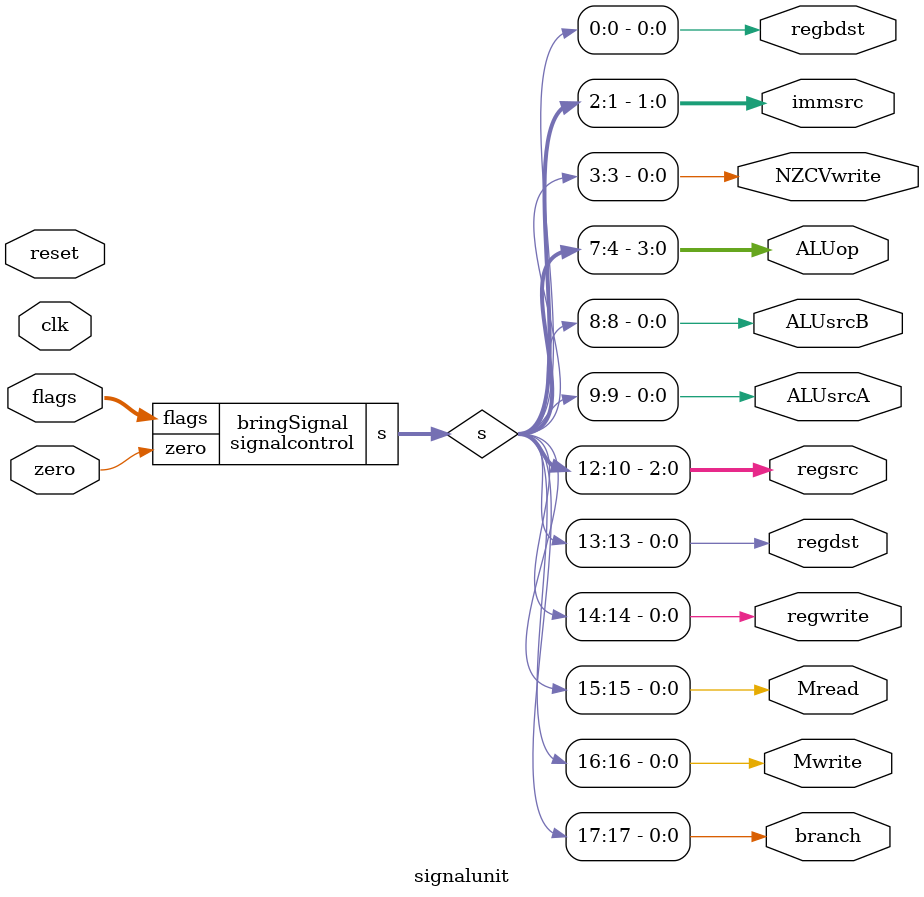
<source format=v>
module signalcontrol(
	input[11:0] flags,
	input zero, //number of step need to complete a instruction
	output reg [17:0] s); //signalcontrol module 선언 및 input, output 설정
	
 always @ (*) begin //코드 내 신호가 바뀔 때마다 실행
  if((flags[11]&flags[10]&flags[9])||(flags[8]^zero)) begin //flags[11], flags[10], flags[9]의 값이 모두 1이거나 flags[8]와 zero의 값이 다를 때 실행
   if(flags[7]) begin //B, BL //flags[7] == 1일 때 실행
    if(~flags[4]) begin //B //flags[4] == 0일 때 실행
    s=18'b1000xxxxxxxxxx010x;
    end
   else begin //BL //flags[4] == 1일 때 실행
    s=18'b10011100xxxxxx010x;
   end
  end
  else if(flags[6]) begin //LDR, STR //flag[6] == 1일 때 실행
   if(~flags[0]) begin //STR  //flags[0] == 0일 때 실행
    s=18'b01000xxx000100001x;
   end
   else begin //LDR //flags[1] == 1일 때 실행
    s=18'b00100xxx000100001x;
   end 
  end
  
  else //Else
   case(flags[4:1])/*
      0 : //AND
      1 : //EOR
      2 : //SUB
      4 : //ADD
      5 : //ADC
      6 : //SBC
      12 : //ORR*/
    10 : begin //CMP
    s=18'b00000xxx001010101x;
    end
    13 : begin //MOV
    s=18'b00010001100100001x;
    end
    default : begin //ALU
     s={9'b000100010, (flags[5]==1 ? 1'b0 : 1'b1), flags[4:0], 3'b000};
    end
   endcase
  end
  else begin //Recovery
    s=18'b1000xxxxxxxxxx0xxx;
  end
 end
endmodule //signalcontrol module 선언 종료

module signalunit
	(input clk,//clock
	 input reset, //reset
	 input[11:0] flags, //어떤 명령어인지 결정할 수 있는 flag
	 input zero,
   output branch, //branch signal
	 output Mwrite, //memory write signal
	 output Mread, //memory read signal
	 output regwrite, //register write signal
	 output regdst, //register destination signal
	 output[2:0] regsrc, //ALU source A signal
	 output ALUsrcA, //ALU source A signal
   output ALUsrcB, //ALU source B signal
	 output[3:0] ALUop, //ALU opcode signal
	 output NZCVwrite, //NZCV flag update signal
	 output [1:0] immsrc, //immediate value source signal
	 output regbdst); //register B destination signal
//signalunit module 선언 및 input, output 설정정
  
  wire [17:0] s; // 18-bit signal

  signalcontrol bringSignal( //18-bit signal을 할당
	.flags (flags),
	.zero (zero),
	.s (s));
 
 //아래는 각 instruction의 signal을 활성화
  assign branch=s[17]; // 1: branch
  assign Mwrite=s[16]; //  1: memory write 
  assign Mread=s[15]; // 1:memory read
  assign regwrite=s[14]; // 1: register write
  assign regdst=s[13]; // select destination register(0:rd/1:lr)
  assign regsrc=s[12:10]; // select source register(0: mdr/ 1:MEMWB_ALUout/ 2:ALUresult/3:B/ 4:MEMWB_PC)
  assign ALUsrcA=s[9]; //(0:A/ 1:0)
  assign ALUsrcB=s[8]; //select ALUsourceB(0:imm 1: b<< inst[12:7])
  assign ALUop=s[7:4]; //select ALU opcode
  assign NZCVwrite=s[3]; //update NZCV flags
  assign immsrc=s[2:1]; //select how extend immediate value 
  assign regbdst=s[0]; // select second source register(0: inst[3:0], 1: inst[15:12])
  
endmodule //signalunit module 선언 종료
</source>
